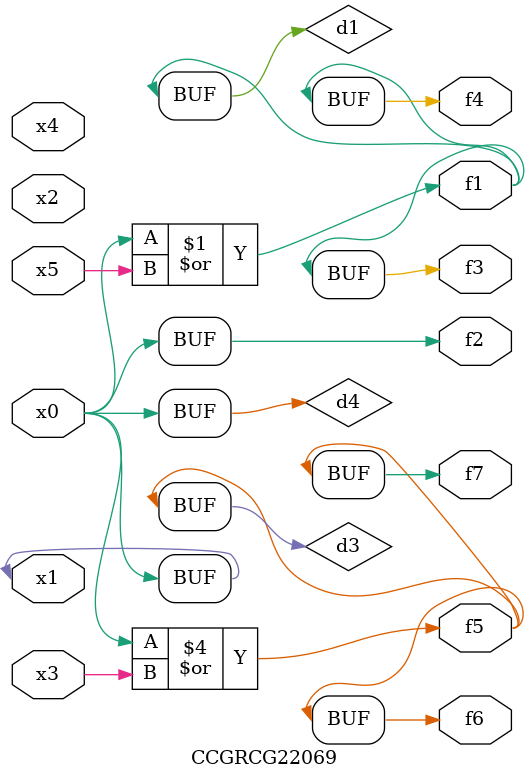
<source format=v>
module CCGRCG22069(
	input x0, x1, x2, x3, x4, x5,
	output f1, f2, f3, f4, f5, f6, f7
);

	wire d1, d2, d3, d4;

	or (d1, x0, x5);
	xnor (d2, x1, x4);
	or (d3, x0, x3);
	buf (d4, x0, x1);
	assign f1 = d1;
	assign f2 = d4;
	assign f3 = d1;
	assign f4 = d1;
	assign f5 = d3;
	assign f6 = d3;
	assign f7 = d3;
endmodule

</source>
